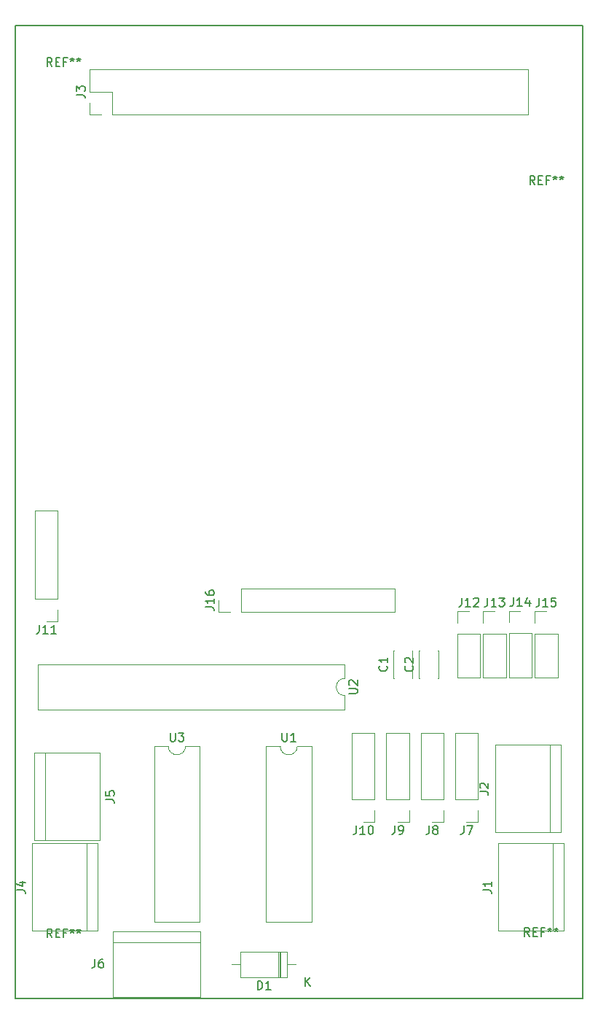
<source format=gbr>
G04 #@! TF.GenerationSoftware,KiCad,Pcbnew,5.0.2-bee76a0~70~ubuntu18.04.1*
G04 #@! TF.CreationDate,2019-03-12T23:57:18+00:00*
G04 #@! TF.ProjectId,tb2,7462322e-6b69-4636-9164-5f7063625858,rev?*
G04 #@! TF.SameCoordinates,Original*
G04 #@! TF.FileFunction,Legend,Top*
G04 #@! TF.FilePolarity,Positive*
%FSLAX46Y46*%
G04 Gerber Fmt 4.6, Leading zero omitted, Abs format (unit mm)*
G04 Created by KiCad (PCBNEW 5.0.2-bee76a0~70~ubuntu18.04.1) date Tue 12 Mar 2019 23:57:18 GMT*
%MOMM*%
%LPD*%
G01*
G04 APERTURE LIST*
%ADD10C,0.200000*%
%ADD11C,0.120000*%
%ADD12C,0.150000*%
G04 APERTURE END LIST*
D10*
X103370000Y-171700000D02*
X103370000Y-58700000D01*
X37370000Y-58700000D02*
X37370000Y-171700000D01*
X103370000Y-58700000D02*
X37370000Y-58700000D01*
X37370000Y-171700000D02*
X103370000Y-171700000D01*
D11*
G04 #@! TO.C,U2*
X75700000Y-136510000D02*
G75*
G02X75700000Y-134510000I0J1000000D01*
G01*
X75700000Y-134510000D02*
X75700000Y-132860000D01*
X75700000Y-132860000D02*
X40020000Y-132860000D01*
X40020000Y-132860000D02*
X40020000Y-138160000D01*
X40020000Y-138160000D02*
X75700000Y-138160000D01*
X75700000Y-138160000D02*
X75700000Y-136510000D01*
G04 #@! TO.C,J6*
X48750000Y-165160000D02*
X58910000Y-165160000D01*
X48750000Y-163890000D02*
X48750000Y-171510000D01*
X48750000Y-171510000D02*
X58910000Y-171510000D01*
X58910000Y-171510000D02*
X58910000Y-163890000D01*
X58910000Y-163890000D02*
X48750000Y-163890000D01*
G04 #@! TO.C,C1*
X81330000Y-134510000D02*
X81330000Y-131270000D01*
X83570000Y-134510000D02*
X83570000Y-131270000D01*
X81330000Y-134510000D02*
X81395000Y-134510000D01*
X83505000Y-134510000D02*
X83570000Y-134510000D01*
X81330000Y-131270000D02*
X81395000Y-131270000D01*
X83505000Y-131270000D02*
X83570000Y-131270000D01*
G04 #@! TO.C,C2*
X86505000Y-131270000D02*
X86570000Y-131270000D01*
X84330000Y-131270000D02*
X84395000Y-131270000D01*
X86505000Y-134510000D02*
X86570000Y-134510000D01*
X84330000Y-134510000D02*
X84395000Y-134510000D01*
X86570000Y-134510000D02*
X86570000Y-131270000D01*
X84330000Y-134510000D02*
X84330000Y-131270000D01*
G04 #@! TO.C,D1*
X69010000Y-169170000D02*
X69010000Y-166230000D01*
X69010000Y-166230000D02*
X63570000Y-166230000D01*
X63570000Y-166230000D02*
X63570000Y-169170000D01*
X63570000Y-169170000D02*
X69010000Y-169170000D01*
X70030000Y-167700000D02*
X69010000Y-167700000D01*
X62550000Y-167700000D02*
X63570000Y-167700000D01*
X68110000Y-169170000D02*
X68110000Y-166230000D01*
X67990000Y-169170000D02*
X67990000Y-166230000D01*
X68230000Y-169170000D02*
X68230000Y-166230000D01*
G04 #@! TO.C,J1*
X99910000Y-153670000D02*
X99910000Y-163830000D01*
X101180000Y-153670000D02*
X93560000Y-153670000D01*
X93560000Y-153670000D02*
X93560000Y-163830000D01*
X93560000Y-163830000D02*
X101180000Y-163830000D01*
X101180000Y-163830000D02*
X101180000Y-153670000D01*
G04 #@! TO.C,J2*
X100810000Y-152400000D02*
X100810000Y-142240000D01*
X93190000Y-152400000D02*
X100810000Y-152400000D01*
X93190000Y-142240000D02*
X93190000Y-152400000D01*
X100810000Y-142240000D02*
X93190000Y-142240000D01*
X99540000Y-142240000D02*
X99540000Y-152400000D01*
G04 #@! TO.C,J3*
X96960000Y-69030000D02*
X96960000Y-63830000D01*
X48640000Y-69030000D02*
X96960000Y-69030000D01*
X46040000Y-63830000D02*
X96960000Y-63830000D01*
X48640000Y-69030000D02*
X48640000Y-66430000D01*
X48640000Y-66430000D02*
X46040000Y-66430000D01*
X46040000Y-66430000D02*
X46040000Y-63830000D01*
X47370000Y-69030000D02*
X46040000Y-69030000D01*
X46040000Y-69030000D02*
X46040000Y-67700000D01*
G04 #@! TO.C,J4*
X46990000Y-163830000D02*
X46990000Y-153670000D01*
X39370000Y-163830000D02*
X46990000Y-163830000D01*
X39370000Y-153670000D02*
X39370000Y-163830000D01*
X46990000Y-153670000D02*
X39370000Y-153670000D01*
X45720000Y-153670000D02*
X45720000Y-163830000D01*
G04 #@! TO.C,J5*
X40830000Y-153320000D02*
X40830000Y-143160000D01*
X39560000Y-153320000D02*
X47180000Y-153320000D01*
X47180000Y-153320000D02*
X47180000Y-143160000D01*
X47180000Y-143160000D02*
X39560000Y-143160000D01*
X39560000Y-143160000D02*
X39560000Y-153320000D01*
G04 #@! TO.C,J7*
X91172224Y-140882635D02*
X88512224Y-140882635D01*
X91172224Y-148562635D02*
X91172224Y-140882635D01*
X88512224Y-148562635D02*
X88512224Y-140882635D01*
X91172224Y-148562635D02*
X88512224Y-148562635D01*
X91172224Y-149832635D02*
X91172224Y-151162635D01*
X91172224Y-151162635D02*
X89842224Y-151162635D01*
G04 #@! TO.C,J8*
X87172224Y-140882635D02*
X84512224Y-140882635D01*
X87172224Y-148562635D02*
X87172224Y-140882635D01*
X84512224Y-148562635D02*
X84512224Y-140882635D01*
X87172224Y-148562635D02*
X84512224Y-148562635D01*
X87172224Y-149832635D02*
X87172224Y-151162635D01*
X87172224Y-151162635D02*
X85842224Y-151162635D01*
G04 #@! TO.C,J9*
X83172224Y-151162635D02*
X81842224Y-151162635D01*
X83172224Y-149832635D02*
X83172224Y-151162635D01*
X83172224Y-148562635D02*
X80512224Y-148562635D01*
X80512224Y-148562635D02*
X80512224Y-140882635D01*
X83172224Y-148562635D02*
X83172224Y-140882635D01*
X83172224Y-140882635D02*
X80512224Y-140882635D01*
G04 #@! TO.C,J10*
X79172224Y-151162635D02*
X77842224Y-151162635D01*
X79172224Y-149832635D02*
X79172224Y-151162635D01*
X79172224Y-148562635D02*
X76512224Y-148562635D01*
X76512224Y-148562635D02*
X76512224Y-140882635D01*
X79172224Y-148562635D02*
X79172224Y-140882635D01*
X79172224Y-140882635D02*
X76512224Y-140882635D01*
G04 #@! TO.C,J11*
X42330000Y-115050000D02*
X39670000Y-115050000D01*
X42330000Y-125270000D02*
X42330000Y-115050000D01*
X39670000Y-125270000D02*
X39670000Y-115050000D01*
X42330000Y-125270000D02*
X39670000Y-125270000D01*
X42330000Y-126540000D02*
X42330000Y-127870000D01*
X42330000Y-127870000D02*
X41000000Y-127870000D01*
G04 #@! TO.C,J12*
X88776398Y-126712910D02*
X90106398Y-126712910D01*
X88776398Y-128042910D02*
X88776398Y-126712910D01*
X88776398Y-129312910D02*
X91436398Y-129312910D01*
X91436398Y-129312910D02*
X91436398Y-134452910D01*
X88776398Y-129312910D02*
X88776398Y-134452910D01*
X88776398Y-134452910D02*
X91436398Y-134452910D01*
G04 #@! TO.C,J13*
X91776398Y-126712910D02*
X93106398Y-126712910D01*
X91776398Y-128042910D02*
X91776398Y-126712910D01*
X91776398Y-129312910D02*
X94436398Y-129312910D01*
X94436398Y-129312910D02*
X94436398Y-134452910D01*
X91776398Y-129312910D02*
X91776398Y-134452910D01*
X91776398Y-134452910D02*
X94436398Y-134452910D01*
G04 #@! TO.C,J14*
X94776398Y-134427911D02*
X97436398Y-134427911D01*
X94776398Y-129287911D02*
X94776398Y-134427911D01*
X97436398Y-129287911D02*
X97436398Y-134427911D01*
X94776398Y-129287911D02*
X97436398Y-129287911D01*
X94776398Y-128017911D02*
X94776398Y-126687911D01*
X94776398Y-126687911D02*
X96106398Y-126687911D01*
G04 #@! TO.C,J15*
X97776398Y-134452910D02*
X100436398Y-134452910D01*
X97776398Y-129312910D02*
X97776398Y-134452910D01*
X100436398Y-129312910D02*
X100436398Y-134452910D01*
X97776398Y-129312910D02*
X100436398Y-129312910D01*
X97776398Y-128042910D02*
X97776398Y-126712910D01*
X97776398Y-126712910D02*
X99106398Y-126712910D01*
G04 #@! TO.C,J16*
X81480000Y-126760000D02*
X81480000Y-124100000D01*
X63640000Y-126760000D02*
X81480000Y-126760000D01*
X63640000Y-124100000D02*
X81480000Y-124100000D01*
X63640000Y-126760000D02*
X63640000Y-124100000D01*
X62370000Y-126760000D02*
X61040000Y-126760000D01*
X61040000Y-126760000D02*
X61040000Y-125430000D01*
G04 #@! TO.C,U1*
X70180000Y-142370000D02*
G75*
G02X68180000Y-142370000I-1000000J0D01*
G01*
X68180000Y-142370000D02*
X66530000Y-142370000D01*
X66530000Y-142370000D02*
X66530000Y-162810000D01*
X66530000Y-162810000D02*
X71830000Y-162810000D01*
X71830000Y-162810000D02*
X71830000Y-142370000D01*
X71830000Y-142370000D02*
X70180000Y-142370000D01*
G04 #@! TO.C,U3*
X58830000Y-142370000D02*
X57180000Y-142370000D01*
X58830000Y-162810000D02*
X58830000Y-142370000D01*
X53530000Y-162810000D02*
X58830000Y-162810000D01*
X53530000Y-142370000D02*
X53530000Y-162810000D01*
X55180000Y-142370000D02*
X53530000Y-142370000D01*
X57180000Y-142370000D02*
G75*
G02X55180000Y-142370000I-1000000J0D01*
G01*
G04 #@! TO.C,U2*
D12*
X76152380Y-136271904D02*
X76961904Y-136271904D01*
X77057142Y-136224285D01*
X77104761Y-136176666D01*
X77152380Y-136081428D01*
X77152380Y-135890952D01*
X77104761Y-135795714D01*
X77057142Y-135748095D01*
X76961904Y-135700476D01*
X76152380Y-135700476D01*
X76247619Y-135271904D02*
X76200000Y-135224285D01*
X76152380Y-135129047D01*
X76152380Y-134890952D01*
X76200000Y-134795714D01*
X76247619Y-134748095D01*
X76342857Y-134700476D01*
X76438095Y-134700476D01*
X76580952Y-134748095D01*
X77152380Y-135319523D01*
X77152380Y-134700476D01*
G04 #@! TO.C,REF\002A\002A*
X97786666Y-77182380D02*
X97453333Y-76706190D01*
X97215238Y-77182380D02*
X97215238Y-76182380D01*
X97596190Y-76182380D01*
X97691428Y-76230000D01*
X97739047Y-76277619D01*
X97786666Y-76372857D01*
X97786666Y-76515714D01*
X97739047Y-76610952D01*
X97691428Y-76658571D01*
X97596190Y-76706190D01*
X97215238Y-76706190D01*
X98215238Y-76658571D02*
X98548571Y-76658571D01*
X98691428Y-77182380D02*
X98215238Y-77182380D01*
X98215238Y-76182380D01*
X98691428Y-76182380D01*
X99453333Y-76658571D02*
X99120000Y-76658571D01*
X99120000Y-77182380D02*
X99120000Y-76182380D01*
X99596190Y-76182380D01*
X100120000Y-76182380D02*
X100120000Y-76420476D01*
X99881904Y-76325238D02*
X100120000Y-76420476D01*
X100358095Y-76325238D01*
X99977142Y-76610952D02*
X100120000Y-76420476D01*
X100262857Y-76610952D01*
X100881904Y-76182380D02*
X100881904Y-76420476D01*
X100643809Y-76325238D02*
X100881904Y-76420476D01*
X101120000Y-76325238D01*
X100739047Y-76610952D02*
X100881904Y-76420476D01*
X101024761Y-76610952D01*
X41666666Y-63452380D02*
X41333333Y-62976190D01*
X41095238Y-63452380D02*
X41095238Y-62452380D01*
X41476190Y-62452380D01*
X41571428Y-62500000D01*
X41619047Y-62547619D01*
X41666666Y-62642857D01*
X41666666Y-62785714D01*
X41619047Y-62880952D01*
X41571428Y-62928571D01*
X41476190Y-62976190D01*
X41095238Y-62976190D01*
X42095238Y-62928571D02*
X42428571Y-62928571D01*
X42571428Y-63452380D02*
X42095238Y-63452380D01*
X42095238Y-62452380D01*
X42571428Y-62452380D01*
X43333333Y-62928571D02*
X43000000Y-62928571D01*
X43000000Y-63452380D02*
X43000000Y-62452380D01*
X43476190Y-62452380D01*
X44000000Y-62452380D02*
X44000000Y-62690476D01*
X43761904Y-62595238D02*
X44000000Y-62690476D01*
X44238095Y-62595238D01*
X43857142Y-62880952D02*
X44000000Y-62690476D01*
X44142857Y-62880952D01*
X44761904Y-62452380D02*
X44761904Y-62690476D01*
X44523809Y-62595238D02*
X44761904Y-62690476D01*
X45000000Y-62595238D01*
X44619047Y-62880952D02*
X44761904Y-62690476D01*
X44904761Y-62880952D01*
G04 #@! TO.C,J6*
X46656666Y-167092380D02*
X46656666Y-167806666D01*
X46609047Y-167949523D01*
X46513809Y-168044761D01*
X46370952Y-168092380D01*
X46275714Y-168092380D01*
X47561428Y-167092380D02*
X47370952Y-167092380D01*
X47275714Y-167140000D01*
X47228095Y-167187619D01*
X47132857Y-167330476D01*
X47085238Y-167520952D01*
X47085238Y-167901904D01*
X47132857Y-167997142D01*
X47180476Y-168044761D01*
X47275714Y-168092380D01*
X47466190Y-168092380D01*
X47561428Y-168044761D01*
X47609047Y-167997142D01*
X47656666Y-167901904D01*
X47656666Y-167663809D01*
X47609047Y-167568571D01*
X47561428Y-167520952D01*
X47466190Y-167473333D01*
X47275714Y-167473333D01*
X47180476Y-167520952D01*
X47132857Y-167568571D01*
X47085238Y-167663809D01*
G04 #@! TO.C,C1*
X80557142Y-133056666D02*
X80604761Y-133104285D01*
X80652380Y-133247142D01*
X80652380Y-133342380D01*
X80604761Y-133485238D01*
X80509523Y-133580476D01*
X80414285Y-133628095D01*
X80223809Y-133675714D01*
X80080952Y-133675714D01*
X79890476Y-133628095D01*
X79795238Y-133580476D01*
X79700000Y-133485238D01*
X79652380Y-133342380D01*
X79652380Y-133247142D01*
X79700000Y-133104285D01*
X79747619Y-133056666D01*
X80652380Y-132104285D02*
X80652380Y-132675714D01*
X80652380Y-132390000D02*
X79652380Y-132390000D01*
X79795238Y-132485238D01*
X79890476Y-132580476D01*
X79938095Y-132675714D01*
G04 #@! TO.C,C2*
X83557142Y-133056666D02*
X83604761Y-133104285D01*
X83652380Y-133247142D01*
X83652380Y-133342380D01*
X83604761Y-133485238D01*
X83509523Y-133580476D01*
X83414285Y-133628095D01*
X83223809Y-133675714D01*
X83080952Y-133675714D01*
X82890476Y-133628095D01*
X82795238Y-133580476D01*
X82700000Y-133485238D01*
X82652380Y-133342380D01*
X82652380Y-133247142D01*
X82700000Y-133104285D01*
X82747619Y-133056666D01*
X82747619Y-132675714D02*
X82700000Y-132628095D01*
X82652380Y-132532857D01*
X82652380Y-132294761D01*
X82700000Y-132199523D01*
X82747619Y-132151904D01*
X82842857Y-132104285D01*
X82938095Y-132104285D01*
X83080952Y-132151904D01*
X83652380Y-132723333D01*
X83652380Y-132104285D01*
G04 #@! TO.C,D1*
X65551904Y-170622380D02*
X65551904Y-169622380D01*
X65790000Y-169622380D01*
X65932857Y-169670000D01*
X66028095Y-169765238D01*
X66075714Y-169860476D01*
X66123333Y-170050952D01*
X66123333Y-170193809D01*
X66075714Y-170384285D01*
X66028095Y-170479523D01*
X65932857Y-170574761D01*
X65790000Y-170622380D01*
X65551904Y-170622380D01*
X67075714Y-170622380D02*
X66504285Y-170622380D01*
X66790000Y-170622380D02*
X66790000Y-169622380D01*
X66694761Y-169765238D01*
X66599523Y-169860476D01*
X66504285Y-169908095D01*
X71108095Y-170252380D02*
X71108095Y-169252380D01*
X71679523Y-170252380D02*
X71250952Y-169680952D01*
X71679523Y-169252380D02*
X71108095Y-169823809D01*
G04 #@! TO.C,J1*
X91742380Y-159083333D02*
X92456666Y-159083333D01*
X92599523Y-159130952D01*
X92694761Y-159226190D01*
X92742380Y-159369047D01*
X92742380Y-159464285D01*
X92742380Y-158083333D02*
X92742380Y-158654761D01*
X92742380Y-158369047D02*
X91742380Y-158369047D01*
X91885238Y-158464285D01*
X91980476Y-158559523D01*
X92028095Y-158654761D01*
G04 #@! TO.C,J2*
X91372380Y-147653333D02*
X92086666Y-147653333D01*
X92229523Y-147700952D01*
X92324761Y-147796190D01*
X92372380Y-147939047D01*
X92372380Y-148034285D01*
X91467619Y-147224761D02*
X91420000Y-147177142D01*
X91372380Y-147081904D01*
X91372380Y-146843809D01*
X91420000Y-146748571D01*
X91467619Y-146700952D01*
X91562857Y-146653333D01*
X91658095Y-146653333D01*
X91800952Y-146700952D01*
X92372380Y-147272380D01*
X92372380Y-146653333D01*
G04 #@! TO.C,J3*
X44492380Y-66763333D02*
X45206666Y-66763333D01*
X45349523Y-66810952D01*
X45444761Y-66906190D01*
X45492380Y-67049047D01*
X45492380Y-67144285D01*
X44492380Y-66382380D02*
X44492380Y-65763333D01*
X44873333Y-66096666D01*
X44873333Y-65953809D01*
X44920952Y-65858571D01*
X44968571Y-65810952D01*
X45063809Y-65763333D01*
X45301904Y-65763333D01*
X45397142Y-65810952D01*
X45444761Y-65858571D01*
X45492380Y-65953809D01*
X45492380Y-66239523D01*
X45444761Y-66334761D01*
X45397142Y-66382380D01*
G04 #@! TO.C,J4*
X37552380Y-159083333D02*
X38266666Y-159083333D01*
X38409523Y-159130952D01*
X38504761Y-159226190D01*
X38552380Y-159369047D01*
X38552380Y-159464285D01*
X37885714Y-158178571D02*
X38552380Y-158178571D01*
X37504761Y-158416666D02*
X38219047Y-158654761D01*
X38219047Y-158035714D01*
G04 #@! TO.C,J5*
X47902380Y-148573333D02*
X48616666Y-148573333D01*
X48759523Y-148620952D01*
X48854761Y-148716190D01*
X48902380Y-148859047D01*
X48902380Y-148954285D01*
X47902380Y-147620952D02*
X47902380Y-148097142D01*
X48378571Y-148144761D01*
X48330952Y-148097142D01*
X48283333Y-148001904D01*
X48283333Y-147763809D01*
X48330952Y-147668571D01*
X48378571Y-147620952D01*
X48473809Y-147573333D01*
X48711904Y-147573333D01*
X48807142Y-147620952D01*
X48854761Y-147668571D01*
X48902380Y-147763809D01*
X48902380Y-148001904D01*
X48854761Y-148097142D01*
X48807142Y-148144761D01*
G04 #@! TO.C,J7*
X89508890Y-151615015D02*
X89508890Y-152329301D01*
X89461271Y-152472158D01*
X89366033Y-152567396D01*
X89223176Y-152615015D01*
X89127938Y-152615015D01*
X89889843Y-151615015D02*
X90556509Y-151615015D01*
X90127938Y-152615015D01*
G04 #@! TO.C,J8*
X85508890Y-151615015D02*
X85508890Y-152329301D01*
X85461271Y-152472158D01*
X85366033Y-152567396D01*
X85223176Y-152615015D01*
X85127938Y-152615015D01*
X86127938Y-152043587D02*
X86032700Y-151995968D01*
X85985081Y-151948349D01*
X85937462Y-151853111D01*
X85937462Y-151805492D01*
X85985081Y-151710254D01*
X86032700Y-151662635D01*
X86127938Y-151615015D01*
X86318414Y-151615015D01*
X86413652Y-151662635D01*
X86461271Y-151710254D01*
X86508890Y-151805492D01*
X86508890Y-151853111D01*
X86461271Y-151948349D01*
X86413652Y-151995968D01*
X86318414Y-152043587D01*
X86127938Y-152043587D01*
X86032700Y-152091206D01*
X85985081Y-152138825D01*
X85937462Y-152234063D01*
X85937462Y-152424539D01*
X85985081Y-152519777D01*
X86032700Y-152567396D01*
X86127938Y-152615015D01*
X86318414Y-152615015D01*
X86413652Y-152567396D01*
X86461271Y-152519777D01*
X86508890Y-152424539D01*
X86508890Y-152234063D01*
X86461271Y-152138825D01*
X86413652Y-152091206D01*
X86318414Y-152043587D01*
G04 #@! TO.C,J9*
X81508890Y-151615015D02*
X81508890Y-152329301D01*
X81461271Y-152472158D01*
X81366033Y-152567396D01*
X81223176Y-152615015D01*
X81127938Y-152615015D01*
X82032700Y-152615015D02*
X82223176Y-152615015D01*
X82318414Y-152567396D01*
X82366033Y-152519777D01*
X82461271Y-152376920D01*
X82508890Y-152186444D01*
X82508890Y-151805492D01*
X82461271Y-151710254D01*
X82413652Y-151662635D01*
X82318414Y-151615015D01*
X82127938Y-151615015D01*
X82032700Y-151662635D01*
X81985081Y-151710254D01*
X81937462Y-151805492D01*
X81937462Y-152043587D01*
X81985081Y-152138825D01*
X82032700Y-152186444D01*
X82127938Y-152234063D01*
X82318414Y-152234063D01*
X82413652Y-152186444D01*
X82461271Y-152138825D01*
X82508890Y-152043587D01*
G04 #@! TO.C,J10*
X77032700Y-151615015D02*
X77032700Y-152329301D01*
X76985081Y-152472158D01*
X76889843Y-152567396D01*
X76746985Y-152615015D01*
X76651747Y-152615015D01*
X78032700Y-152615015D02*
X77461271Y-152615015D01*
X77746985Y-152615015D02*
X77746985Y-151615015D01*
X77651747Y-151757873D01*
X77556509Y-151853111D01*
X77461271Y-151900730D01*
X78651747Y-151615015D02*
X78746985Y-151615015D01*
X78842224Y-151662635D01*
X78889843Y-151710254D01*
X78937462Y-151805492D01*
X78985081Y-151995968D01*
X78985081Y-152234063D01*
X78937462Y-152424539D01*
X78889843Y-152519777D01*
X78842224Y-152567396D01*
X78746985Y-152615015D01*
X78651747Y-152615015D01*
X78556509Y-152567396D01*
X78508890Y-152519777D01*
X78461271Y-152424539D01*
X78413652Y-152234063D01*
X78413652Y-151995968D01*
X78461271Y-151805492D01*
X78508890Y-151710254D01*
X78556509Y-151662635D01*
X78651747Y-151615015D01*
G04 #@! TO.C,J11*
X40190476Y-128322380D02*
X40190476Y-129036666D01*
X40142857Y-129179523D01*
X40047619Y-129274761D01*
X39904761Y-129322380D01*
X39809523Y-129322380D01*
X41190476Y-129322380D02*
X40619047Y-129322380D01*
X40904761Y-129322380D02*
X40904761Y-128322380D01*
X40809523Y-128465238D01*
X40714285Y-128560476D01*
X40619047Y-128608095D01*
X42142857Y-129322380D02*
X41571428Y-129322380D01*
X41857142Y-129322380D02*
X41857142Y-128322380D01*
X41761904Y-128465238D01*
X41666666Y-128560476D01*
X41571428Y-128608095D01*
G04 #@! TO.C,J12*
X89296874Y-125165290D02*
X89296874Y-125879576D01*
X89249255Y-126022433D01*
X89154017Y-126117671D01*
X89011159Y-126165290D01*
X88915921Y-126165290D01*
X90296874Y-126165290D02*
X89725445Y-126165290D01*
X90011159Y-126165290D02*
X90011159Y-125165290D01*
X89915921Y-125308148D01*
X89820683Y-125403386D01*
X89725445Y-125451005D01*
X90677826Y-125260529D02*
X90725445Y-125212910D01*
X90820683Y-125165290D01*
X91058778Y-125165290D01*
X91154017Y-125212910D01*
X91201636Y-125260529D01*
X91249255Y-125355767D01*
X91249255Y-125451005D01*
X91201636Y-125593862D01*
X90630207Y-126165290D01*
X91249255Y-126165290D01*
G04 #@! TO.C,J13*
X92296874Y-125165290D02*
X92296874Y-125879576D01*
X92249255Y-126022433D01*
X92154017Y-126117671D01*
X92011159Y-126165290D01*
X91915921Y-126165290D01*
X93296874Y-126165290D02*
X92725445Y-126165290D01*
X93011159Y-126165290D02*
X93011159Y-125165290D01*
X92915921Y-125308148D01*
X92820683Y-125403386D01*
X92725445Y-125451005D01*
X93630207Y-125165290D02*
X94249255Y-125165290D01*
X93915921Y-125546243D01*
X94058778Y-125546243D01*
X94154017Y-125593862D01*
X94201636Y-125641481D01*
X94249255Y-125736719D01*
X94249255Y-125974814D01*
X94201636Y-126070052D01*
X94154017Y-126117671D01*
X94058778Y-126165290D01*
X93773064Y-126165290D01*
X93677826Y-126117671D01*
X93630207Y-126070052D01*
G04 #@! TO.C,J14*
X95296874Y-125140291D02*
X95296874Y-125854577D01*
X95249255Y-125997434D01*
X95154017Y-126092672D01*
X95011159Y-126140291D01*
X94915921Y-126140291D01*
X96296874Y-126140291D02*
X95725445Y-126140291D01*
X96011159Y-126140291D02*
X96011159Y-125140291D01*
X95915921Y-125283149D01*
X95820683Y-125378387D01*
X95725445Y-125426006D01*
X97154017Y-125473625D02*
X97154017Y-126140291D01*
X96915921Y-125092672D02*
X96677826Y-125806958D01*
X97296874Y-125806958D01*
G04 #@! TO.C,J15*
X98296874Y-125165290D02*
X98296874Y-125879576D01*
X98249255Y-126022433D01*
X98154017Y-126117671D01*
X98011159Y-126165290D01*
X97915921Y-126165290D01*
X99296874Y-126165290D02*
X98725445Y-126165290D01*
X99011159Y-126165290D02*
X99011159Y-125165290D01*
X98915921Y-125308148D01*
X98820683Y-125403386D01*
X98725445Y-125451005D01*
X100201636Y-125165290D02*
X99725445Y-125165290D01*
X99677826Y-125641481D01*
X99725445Y-125593862D01*
X99820683Y-125546243D01*
X100058778Y-125546243D01*
X100154017Y-125593862D01*
X100201636Y-125641481D01*
X100249255Y-125736719D01*
X100249255Y-125974814D01*
X100201636Y-126070052D01*
X100154017Y-126117671D01*
X100058778Y-126165290D01*
X99820683Y-126165290D01*
X99725445Y-126117671D01*
X99677826Y-126070052D01*
G04 #@! TO.C,J16*
X59492380Y-126239523D02*
X60206666Y-126239523D01*
X60349523Y-126287142D01*
X60444761Y-126382380D01*
X60492380Y-126525238D01*
X60492380Y-126620476D01*
X60492380Y-125239523D02*
X60492380Y-125810952D01*
X60492380Y-125525238D02*
X59492380Y-125525238D01*
X59635238Y-125620476D01*
X59730476Y-125715714D01*
X59778095Y-125810952D01*
X59492380Y-124382380D02*
X59492380Y-124572857D01*
X59540000Y-124668095D01*
X59587619Y-124715714D01*
X59730476Y-124810952D01*
X59920952Y-124858571D01*
X60301904Y-124858571D01*
X60397142Y-124810952D01*
X60444761Y-124763333D01*
X60492380Y-124668095D01*
X60492380Y-124477619D01*
X60444761Y-124382380D01*
X60397142Y-124334761D01*
X60301904Y-124287142D01*
X60063809Y-124287142D01*
X59968571Y-124334761D01*
X59920952Y-124382380D01*
X59873333Y-124477619D01*
X59873333Y-124668095D01*
X59920952Y-124763333D01*
X59968571Y-124810952D01*
X60063809Y-124858571D01*
G04 #@! TO.C,U1*
X68418095Y-140822380D02*
X68418095Y-141631904D01*
X68465714Y-141727142D01*
X68513333Y-141774761D01*
X68608571Y-141822380D01*
X68799047Y-141822380D01*
X68894285Y-141774761D01*
X68941904Y-141727142D01*
X68989523Y-141631904D01*
X68989523Y-140822380D01*
X69989523Y-141822380D02*
X69418095Y-141822380D01*
X69703809Y-141822380D02*
X69703809Y-140822380D01*
X69608571Y-140965238D01*
X69513333Y-141060476D01*
X69418095Y-141108095D01*
G04 #@! TO.C,U3*
X55418095Y-140822380D02*
X55418095Y-141631904D01*
X55465714Y-141727142D01*
X55513333Y-141774761D01*
X55608571Y-141822380D01*
X55799047Y-141822380D01*
X55894285Y-141774761D01*
X55941904Y-141727142D01*
X55989523Y-141631904D01*
X55989523Y-140822380D01*
X56370476Y-140822380D02*
X56989523Y-140822380D01*
X56656190Y-141203333D01*
X56799047Y-141203333D01*
X56894285Y-141250952D01*
X56941904Y-141298571D01*
X56989523Y-141393809D01*
X56989523Y-141631904D01*
X56941904Y-141727142D01*
X56894285Y-141774761D01*
X56799047Y-141822380D01*
X56513333Y-141822380D01*
X56418095Y-141774761D01*
X56370476Y-141727142D01*
G04 #@! TO.C,REF\002A\002A*
X41666666Y-164592380D02*
X41333333Y-164116190D01*
X41095238Y-164592380D02*
X41095238Y-163592380D01*
X41476190Y-163592380D01*
X41571428Y-163640000D01*
X41619047Y-163687619D01*
X41666666Y-163782857D01*
X41666666Y-163925714D01*
X41619047Y-164020952D01*
X41571428Y-164068571D01*
X41476190Y-164116190D01*
X41095238Y-164116190D01*
X42095238Y-164068571D02*
X42428571Y-164068571D01*
X42571428Y-164592380D02*
X42095238Y-164592380D01*
X42095238Y-163592380D01*
X42571428Y-163592380D01*
X43333333Y-164068571D02*
X43000000Y-164068571D01*
X43000000Y-164592380D02*
X43000000Y-163592380D01*
X43476190Y-163592380D01*
X44000000Y-163592380D02*
X44000000Y-163830476D01*
X43761904Y-163735238D02*
X44000000Y-163830476D01*
X44238095Y-163735238D01*
X43857142Y-164020952D02*
X44000000Y-163830476D01*
X44142857Y-164020952D01*
X44761904Y-163592380D02*
X44761904Y-163830476D01*
X44523809Y-163735238D02*
X44761904Y-163830476D01*
X45000000Y-163735238D01*
X44619047Y-164020952D02*
X44761904Y-163830476D01*
X44904761Y-164020952D01*
X97166666Y-164452380D02*
X96833333Y-163976190D01*
X96595238Y-164452380D02*
X96595238Y-163452380D01*
X96976190Y-163452380D01*
X97071428Y-163500000D01*
X97119047Y-163547619D01*
X97166666Y-163642857D01*
X97166666Y-163785714D01*
X97119047Y-163880952D01*
X97071428Y-163928571D01*
X96976190Y-163976190D01*
X96595238Y-163976190D01*
X97595238Y-163928571D02*
X97928571Y-163928571D01*
X98071428Y-164452380D02*
X97595238Y-164452380D01*
X97595238Y-163452380D01*
X98071428Y-163452380D01*
X98833333Y-163928571D02*
X98500000Y-163928571D01*
X98500000Y-164452380D02*
X98500000Y-163452380D01*
X98976190Y-163452380D01*
X99500000Y-163452380D02*
X99500000Y-163690476D01*
X99261904Y-163595238D02*
X99500000Y-163690476D01*
X99738095Y-163595238D01*
X99357142Y-163880952D02*
X99500000Y-163690476D01*
X99642857Y-163880952D01*
X100261904Y-163452380D02*
X100261904Y-163690476D01*
X100023809Y-163595238D02*
X100261904Y-163690476D01*
X100500000Y-163595238D01*
X100119047Y-163880952D02*
X100261904Y-163690476D01*
X100404761Y-163880952D01*
G04 #@! TD*
M02*

</source>
